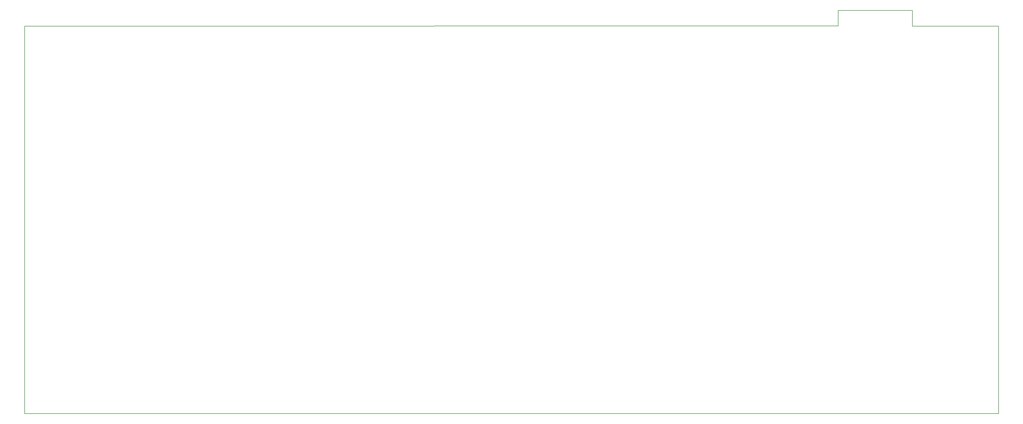
<source format=gbr>
G04 #@! TF.GenerationSoftware,KiCad,Pcbnew,(6.0.10)*
G04 #@! TF.CreationDate,2023-03-05T22:56:18-08:00*
G04 #@! TF.ProjectId,keyboard,6b657962-6f61-4726-942e-6b696361645f,rev?*
G04 #@! TF.SameCoordinates,Original*
G04 #@! TF.FileFunction,Profile,NP*
%FSLAX46Y46*%
G04 Gerber Fmt 4.6, Leading zero omitted, Abs format (unit mm)*
G04 Created by KiCad (PCBNEW (6.0.10)) date 2023-03-05 22:56:18*
%MOMM*%
%LPD*%
G01*
G04 APERTURE LIST*
G04 #@! TA.AperFunction,Profile*
%ADD10C,0.200000*%
G04 #@! TD*
G04 APERTURE END LIST*
D10*
X385360000Y-97040000D02*
X410100000Y-97020000D01*
X410100000Y-97020000D02*
X410080000Y-102270000D01*
X438742501Y-231305000D02*
G75*
G03*
X438742501Y-231305000I-1J0D01*
G01*
X114417501Y-102242500D02*
G75*
G03*
X114417501Y-102242500I-1J0D01*
G01*
X114417501Y-231305000D02*
G75*
G03*
X114417501Y-231305000I-1J0D01*
G01*
X438742500Y-102242500D02*
X438742500Y-231305000D01*
X410080000Y-102270000D02*
X438742500Y-102242500D01*
X385360000Y-102190000D02*
X114417500Y-102242500D01*
X114417500Y-231305000D02*
X114417500Y-102242500D01*
X438742500Y-231305000D02*
X114417500Y-231305000D01*
X385360000Y-102190000D02*
X385360000Y-97040000D01*
M02*

</source>
